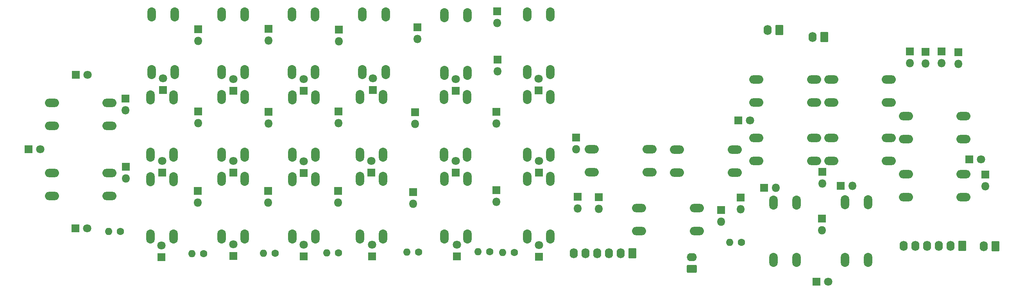
<source format=gbr>
%TF.GenerationSoftware,KiCad,Pcbnew,7.0.9*%
%TF.CreationDate,2023-12-03T09:41:02+10:00*%
%TF.ProjectId,UFC,5546432e-6b69-4636-9164-5f7063625858,rev?*%
%TF.SameCoordinates,Original*%
%TF.FileFunction,Soldermask,Bot*%
%TF.FilePolarity,Negative*%
%FSLAX46Y46*%
G04 Gerber Fmt 4.6, Leading zero omitted, Abs format (unit mm)*
G04 Created by KiCad (PCBNEW 7.0.9) date 2023-12-03 09:41:02*
%MOMM*%
%LPD*%
G01*
G04 APERTURE LIST*
G04 Aperture macros list*
%AMRoundRect*
0 Rectangle with rounded corners*
0 $1 Rounding radius*
0 $2 $3 $4 $5 $6 $7 $8 $9 X,Y pos of 4 corners*
0 Add a 4 corners polygon primitive as box body*
4,1,4,$2,$3,$4,$5,$6,$7,$8,$9,$2,$3,0*
0 Add four circle primitives for the rounded corners*
1,1,$1+$1,$2,$3*
1,1,$1+$1,$4,$5*
1,1,$1+$1,$6,$7*
1,1,$1+$1,$8,$9*
0 Add four rect primitives between the rounded corners*
20,1,$1+$1,$2,$3,$4,$5,0*
20,1,$1+$1,$4,$5,$6,$7,0*
20,1,$1+$1,$6,$7,$8,$9,0*
20,1,$1+$1,$8,$9,$2,$3,0*%
G04 Aperture macros list end*
%ADD10C,1.600000*%
%ADD11O,1.600000X1.600000*%
%ADD12R,1.800000X1.800000*%
%ADD13C,1.800000*%
%ADD14O,1.800000X1.800000*%
%ADD15RoundRect,0.250000X0.845000X-0.620000X0.845000X0.620000X-0.845000X0.620000X-0.845000X-0.620000X0*%
%ADD16O,2.190000X1.740000*%
%ADD17O,1.850000X3.048000*%
%ADD18O,3.048000X1.850000*%
%ADD19RoundRect,0.250000X0.620000X0.845000X-0.620000X0.845000X-0.620000X-0.845000X0.620000X-0.845000X0*%
%ADD20O,1.740000X2.190000*%
G04 APERTURE END LIST*
D10*
%TO.C,R8*%
X56700000Y-88010000D03*
D11*
X54160000Y-88010000D03*
%TD*%
D12*
%TO.C,D57*%
X46925000Y-87260000D03*
D13*
X49465000Y-87260000D03*
%TD*%
D12*
%TO.C,D56*%
X36785000Y-70070000D03*
D13*
X39325000Y-70070000D03*
%TD*%
D12*
%TO.C,D55*%
X47045000Y-53950000D03*
D13*
X49585000Y-53950000D03*
%TD*%
D12*
%TO.C,D51*%
X186800000Y-83280000D03*
D14*
X186800000Y-85820000D03*
%TD*%
D12*
%TO.C,D32*%
X244010000Y-75600000D03*
D14*
X244010000Y-78140000D03*
%TD*%
D12*
%TO.C,D31*%
X238200000Y-48980000D03*
D14*
X238200000Y-51520000D03*
%TD*%
D12*
%TO.C,D30*%
X212700000Y-78050000D03*
D14*
X215240000Y-78050000D03*
%TD*%
D12*
%TO.C,D29*%
X227670000Y-48880000D03*
D14*
X227670000Y-51420000D03*
%TD*%
D12*
%TO.C,D28*%
X208760000Y-75020000D03*
D14*
X208760000Y-77560000D03*
%TD*%
D12*
%TO.C,D27*%
X196110000Y-78460000D03*
D14*
X198650000Y-78460000D03*
%TD*%
D12*
%TO.C,D26*%
X231130000Y-48950000D03*
D14*
X231130000Y-51490000D03*
%TD*%
D12*
%TO.C,D25*%
X191020000Y-80640000D03*
D14*
X191020000Y-83180000D03*
%TD*%
D12*
%TO.C,D24*%
X155770000Y-80420000D03*
D14*
X155770000Y-82960000D03*
%TD*%
D12*
%TO.C,D23*%
X120130000Y-79450000D03*
D14*
X120130000Y-81990000D03*
%TD*%
D12*
%TO.C,D22*%
X103890000Y-61920000D03*
D14*
X103890000Y-64460000D03*
%TD*%
D12*
%TO.C,D21*%
X121020000Y-43640000D03*
D14*
X121020000Y-46180000D03*
%TD*%
D12*
%TO.C,D19*%
X208630000Y-85200000D03*
D14*
X208630000Y-87740000D03*
%TD*%
D12*
%TO.C,D18*%
X234590000Y-48880000D03*
D14*
X234590000Y-51420000D03*
%TD*%
D12*
%TO.C,D17*%
X160280000Y-80480000D03*
D14*
X160280000Y-83020000D03*
%TD*%
D12*
%TO.C,D16*%
X103830000Y-79170000D03*
D14*
X103830000Y-81710000D03*
%TD*%
D12*
%TO.C,D15*%
X120540000Y-62050000D03*
D14*
X120540000Y-64590000D03*
%TD*%
D12*
%TO.C,D14*%
X104020000Y-44100000D03*
D14*
X104020000Y-46640000D03*
%TD*%
D12*
%TO.C,D13*%
X155370000Y-67530000D03*
D14*
X155370000Y-70070000D03*
%TD*%
D12*
%TO.C,D12*%
X138330000Y-40110000D03*
D14*
X138330000Y-42650000D03*
%TD*%
D12*
%TO.C,D11*%
X88650000Y-79150000D03*
D14*
X88650000Y-81690000D03*
%TD*%
D12*
%TO.C,D10*%
X88780000Y-61940000D03*
D14*
X88780000Y-64480000D03*
%TD*%
D12*
%TO.C,D9*%
X88760000Y-43970000D03*
D14*
X88760000Y-46510000D03*
%TD*%
D12*
%TO.C,D8*%
X138140000Y-78960000D03*
D14*
X138140000Y-81500000D03*
%TD*%
D12*
%TO.C,D7*%
X138150000Y-61960000D03*
D14*
X138150000Y-64500000D03*
%TD*%
D12*
%TO.C,D6*%
X138400000Y-50630000D03*
D14*
X138400000Y-53170000D03*
%TD*%
D12*
%TO.C,D5*%
X73430000Y-79170000D03*
D14*
X73430000Y-81710000D03*
%TD*%
D12*
%TO.C,D4*%
X73530000Y-61880000D03*
D14*
X73530000Y-64420000D03*
%TD*%
D12*
%TO.C,D3*%
X73530000Y-44030000D03*
D14*
X73530000Y-46570000D03*
%TD*%
D12*
%TO.C,D2*%
X57840000Y-73910000D03*
D14*
X57840000Y-76450000D03*
%TD*%
D12*
%TO.C,D1*%
X57790000Y-59110000D03*
D14*
X57790000Y-61650000D03*
%TD*%
D10*
%TO.C,R7*%
X191190000Y-90360000D03*
D11*
X188650000Y-90360000D03*
%TD*%
D12*
%TO.C,D54*%
X240535000Y-72300000D03*
D13*
X243075000Y-72300000D03*
%TD*%
D12*
%TO.C,D53*%
X207500000Y-98930000D03*
D13*
X210040000Y-98930000D03*
%TD*%
D12*
%TO.C,D52*%
X190520000Y-63880000D03*
D13*
X193060000Y-63880000D03*
%TD*%
D10*
%TO.C,R6*%
X142015000Y-92500000D03*
D11*
X139475000Y-92500000D03*
%TD*%
D10*
%TO.C,R5*%
X136730000Y-92400000D03*
D11*
X134190000Y-92400000D03*
%TD*%
D10*
%TO.C,R4*%
X121240000Y-92460000D03*
D11*
X118700000Y-92460000D03*
%TD*%
D10*
%TO.C,R3*%
X103950000Y-92590000D03*
D11*
X101410000Y-92590000D03*
%TD*%
D10*
%TO.C,R2*%
X90240000Y-92740000D03*
D11*
X87700000Y-92740000D03*
%TD*%
D10*
%TO.C,R1*%
X74755000Y-92800000D03*
D11*
X72215000Y-92800000D03*
%TD*%
D15*
%TO.C,J5*%
X180430000Y-96080000D03*
D16*
X180430000Y-93540000D03*
%TD*%
D12*
%TO.C,D50*%
X147310000Y-57305000D03*
D13*
X147310000Y-54765000D03*
%TD*%
D12*
%TO.C,D49*%
X129360000Y-57400000D03*
D13*
X129360000Y-54860000D03*
%TD*%
D12*
%TO.C,D48*%
X111390000Y-57245000D03*
D13*
X111390000Y-54705000D03*
%TD*%
D12*
%TO.C,D47*%
X96430000Y-57430000D03*
D13*
X96430000Y-54890000D03*
%TD*%
D12*
%TO.C,D46*%
X81140000Y-57375000D03*
D13*
X81140000Y-54835000D03*
%TD*%
D12*
%TO.C,D45*%
X65910000Y-57235000D03*
D13*
X65910000Y-54695000D03*
%TD*%
D12*
%TO.C,D44*%
X147350000Y-75225000D03*
D13*
X147350000Y-72685000D03*
%TD*%
D12*
%TO.C,D43*%
X129320000Y-75185000D03*
D13*
X129320000Y-72645000D03*
%TD*%
%TO.C,D42*%
X111050000Y-72670000D03*
D12*
X111050000Y-75210000D03*
%TD*%
%TO.C,D41*%
X96400000Y-75250000D03*
D13*
X96400000Y-72710000D03*
%TD*%
D12*
%TO.C,D40*%
X81140000Y-75185000D03*
D13*
X81140000Y-72645000D03*
%TD*%
D12*
%TO.C,D39*%
X65720000Y-75225000D03*
D13*
X65720000Y-72685000D03*
%TD*%
D12*
%TO.C,D38*%
X147390000Y-93445000D03*
D13*
X147390000Y-90905000D03*
%TD*%
D12*
%TO.C,D37*%
X129580000Y-93375000D03*
D13*
X129580000Y-90835000D03*
%TD*%
D12*
%TO.C,D36*%
X111180000Y-93360000D03*
D13*
X111180000Y-90820000D03*
%TD*%
D12*
%TO.C,D35*%
X96370000Y-93380000D03*
D13*
X96370000Y-90840000D03*
%TD*%
D12*
%TO.C,D34*%
X81120000Y-93345000D03*
D13*
X81120000Y-90805000D03*
%TD*%
D12*
%TO.C,D33*%
X65610000Y-93540000D03*
D13*
X65610000Y-91000000D03*
%TD*%
D17*
%TO.C,SW10*%
X78640000Y-71300000D03*
X78640000Y-58800000D03*
X83640000Y-71300000D03*
X83640000Y-58800000D03*
%TD*%
%TO.C,SW8*%
X126870000Y-89060000D03*
X126870000Y-76560000D03*
X131870000Y-89060000D03*
X131870000Y-76560000D03*
%TD*%
D18*
%TO.C,SW32*%
X169040000Y-82850000D03*
X181540000Y-82850000D03*
X169040000Y-87850000D03*
X181540000Y-87850000D03*
%TD*%
D17*
%TO.C,SW19*%
X198180000Y-94190000D03*
X198180000Y-81690000D03*
X203180000Y-94190000D03*
X203180000Y-81690000D03*
%TD*%
D18*
%TO.C,SW30*%
X239330000Y-67920000D03*
X226830000Y-67920000D03*
X239330000Y-62920000D03*
X226830000Y-62920000D03*
%TD*%
D17*
%TO.C,SW11*%
X78640000Y-89080000D03*
X78640000Y-76580000D03*
X83640000Y-89080000D03*
X83640000Y-76580000D03*
%TD*%
D18*
%TO.C,SW26*%
X206940000Y-72640000D03*
X194440000Y-72640000D03*
X206940000Y-67640000D03*
X194440000Y-67640000D03*
%TD*%
%TO.C,SW24*%
X177280000Y-70160000D03*
X189780000Y-70160000D03*
X177280000Y-75160000D03*
X189780000Y-75160000D03*
%TD*%
D17*
%TO.C,SW21*%
X93920000Y-71310000D03*
X93920000Y-58810000D03*
X98920000Y-71310000D03*
X98920000Y-58810000D03*
%TD*%
%TO.C,SW13*%
X144850000Y-71300000D03*
X144850000Y-58800000D03*
X149850000Y-71300000D03*
X149850000Y-58800000D03*
%TD*%
%TO.C,SW22*%
X108560000Y-89060000D03*
X108560000Y-76560000D03*
X113560000Y-89060000D03*
X113560000Y-76560000D03*
%TD*%
%TO.C,SW16*%
X93900000Y-89090000D03*
X93900000Y-76590000D03*
X98900000Y-89090000D03*
X98900000Y-76590000D03*
%TD*%
%TO.C,SW23*%
X144840000Y-89060000D03*
X144840000Y-76560000D03*
X149840000Y-89060000D03*
X149840000Y-76560000D03*
%TD*%
D18*
%TO.C,SW31*%
X239330000Y-80560000D03*
X226830000Y-80560000D03*
X239330000Y-75560000D03*
X226830000Y-75560000D03*
%TD*%
D17*
%TO.C,SW4*%
X63210000Y-71320000D03*
X63210000Y-58820000D03*
X68210000Y-71320000D03*
X68210000Y-58820000D03*
%TD*%
%TO.C,SW6*%
X126880000Y-53490000D03*
X126880000Y-40990000D03*
X131880000Y-53490000D03*
X131880000Y-40990000D03*
%TD*%
D18*
%TO.C,SW1*%
X41840000Y-59990000D03*
X54340000Y-59990000D03*
X41840000Y-64990000D03*
X54340000Y-64990000D03*
%TD*%
D17*
%TO.C,SW27*%
X213640000Y-94150000D03*
X213640000Y-81650000D03*
X218640000Y-94150000D03*
X218640000Y-81650000D03*
%TD*%
%TO.C,SW15*%
X108540000Y-71300000D03*
X108540000Y-58800000D03*
X113540000Y-71300000D03*
X113540000Y-58800000D03*
%TD*%
%TO.C,SW20*%
X109130000Y-53310000D03*
X109130000Y-40810000D03*
X114130000Y-53310000D03*
X114130000Y-40810000D03*
%TD*%
%TO.C,SW5*%
X63220000Y-89090000D03*
X63220000Y-76590000D03*
X68220000Y-89090000D03*
X68220000Y-76590000D03*
%TD*%
D18*
%TO.C,SW25*%
X194440000Y-54910000D03*
X206940000Y-54910000D03*
X194440000Y-59910000D03*
X206940000Y-59910000D03*
%TD*%
D17*
%TO.C,SW14*%
X93880000Y-53320000D03*
X93880000Y-40820000D03*
X98880000Y-53320000D03*
X98880000Y-40820000D03*
%TD*%
D18*
%TO.C,SW17*%
X171310000Y-75140000D03*
X158810000Y-75140000D03*
X171310000Y-70140000D03*
X158810000Y-70140000D03*
%TD*%
D17*
%TO.C,SW9*%
X78630000Y-53330000D03*
X78630000Y-40830000D03*
X83630000Y-53330000D03*
X83630000Y-40830000D03*
%TD*%
D18*
%TO.C,SW2*%
X41830000Y-75260000D03*
X54330000Y-75260000D03*
X41830000Y-80260000D03*
X54330000Y-80260000D03*
%TD*%
%TO.C,SW28*%
X223150000Y-59930000D03*
X210650000Y-59930000D03*
X223150000Y-54930000D03*
X210650000Y-54930000D03*
%TD*%
D17*
%TO.C,SW7*%
X126790000Y-71260000D03*
X126790000Y-58760000D03*
X131790000Y-71260000D03*
X131790000Y-58760000D03*
%TD*%
%TO.C,SW12*%
X144820000Y-53330000D03*
X144820000Y-40830000D03*
X149820000Y-53330000D03*
X149820000Y-40830000D03*
%TD*%
D18*
%TO.C,SW29*%
X210670000Y-67660000D03*
X223170000Y-67660000D03*
X210670000Y-72660000D03*
X223170000Y-72660000D03*
%TD*%
D17*
%TO.C,SW3*%
X63480000Y-53330000D03*
X63480000Y-40830000D03*
X68480000Y-53330000D03*
X68480000Y-40830000D03*
%TD*%
D19*
%TO.C,D20*%
X209200000Y-45730000D03*
D20*
X206660000Y-45730000D03*
%TD*%
D19*
%TO.C,SW18*%
X199460000Y-44220000D03*
D20*
X196920000Y-44220000D03*
%TD*%
D19*
%TO.C,J1*%
X246280000Y-91160000D03*
D20*
X243740000Y-91160000D03*
%TD*%
D19*
%TO.C,J3*%
X167610000Y-92720000D03*
D20*
X165070000Y-92720000D03*
X162530000Y-92720000D03*
X159990000Y-92720000D03*
X157450000Y-92720000D03*
X154910000Y-92720000D03*
%TD*%
D19*
%TO.C,J2*%
X239070000Y-91140000D03*
D20*
X236530000Y-91140000D03*
X233990000Y-91140000D03*
X231450000Y-91140000D03*
X228910000Y-91140000D03*
X226370000Y-91140000D03*
%TD*%
M02*

</source>
